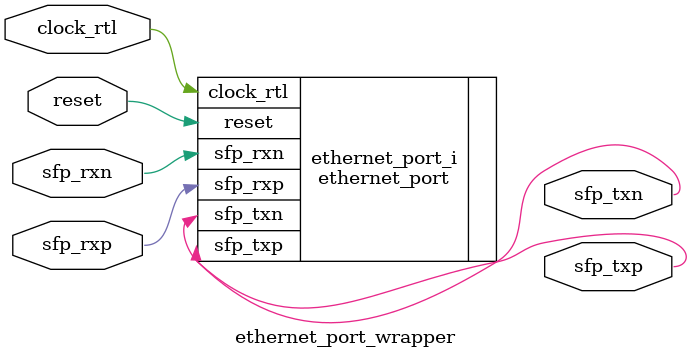
<source format=v>
`timescale 1 ps / 1 ps

module ethernet_port_wrapper
   (clock_rtl,
    reset,
    sfp_rxn,
    sfp_rxp,
    sfp_txn,
    sfp_txp);
  input clock_rtl;
  input reset;
  input sfp_rxn;
  input sfp_rxp;
  output sfp_txn;
  output sfp_txp;

  wire clock_rtl;
  wire reset;
  wire sfp_rxn;
  wire sfp_rxp;
  wire sfp_txn;
  wire sfp_txp;

  ethernet_port ethernet_port_i
       (.clock_rtl(clock_rtl),
        .reset(reset),
        .sfp_rxn(sfp_rxn),
        .sfp_rxp(sfp_rxp),
        .sfp_txn(sfp_txn),
        .sfp_txp(sfp_txp));
endmodule

</source>
